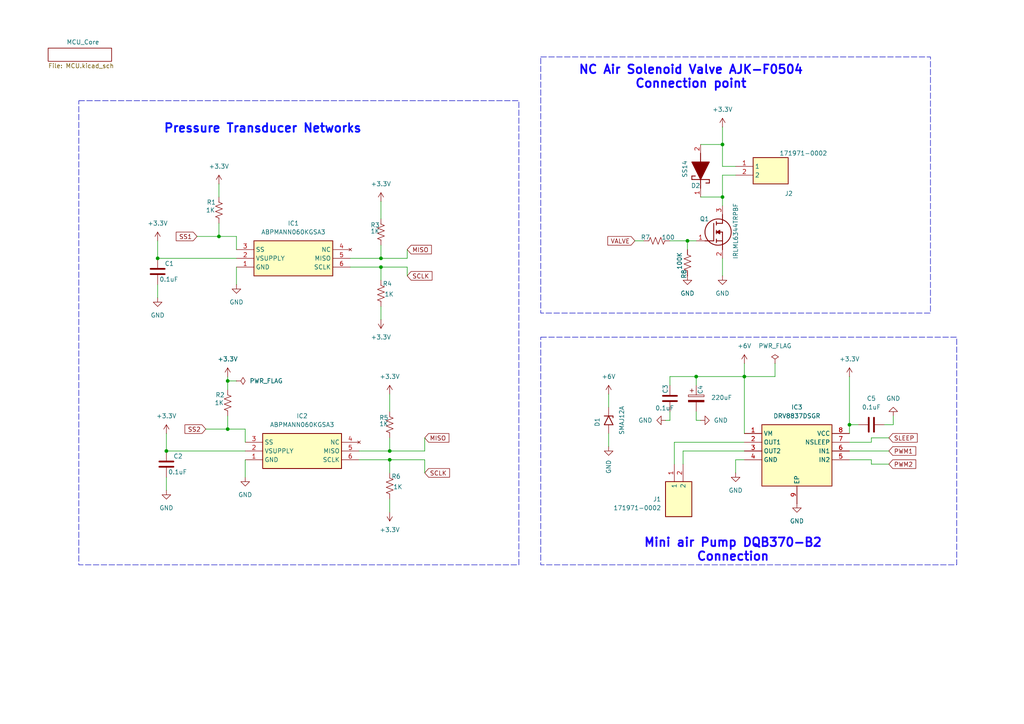
<source format=kicad_sch>
(kicad_sch (version 20250114) (generator "eeschema") (generator_version "9.0")
  (paper "A4")
  (title_block (title "BP UNIT 1") (date "2025-10-22") (rev "V1.1.0") (company "BRCL"))
  (lib_symbols
    (symbol "Device:C" (pin_numbers (hide yes)) (pin_names (offset 0.254))
      (property "Reference" "C" (at 0.635 2.54 0))
      (property "Value" "C" (at 0.635 -2.54 0))
      (symbol "C_0_1"
        (polyline (pts (xy -2.032 0.762) (xy 2.032 0.762)) (stroke (width 0.508)))
        (polyline (pts (xy -2.032 -0.762) (xy 2.032 -0.762)) (stroke (width 0.508)))
      )
      (symbol "C_1_1"
        (pin passive line (at 0 3.81 270) (length 2.794) (name "~") (number "1"))
        (pin passive line (at 0 -3.81 90) (length 2.794) (name "~") (number "2"))
      )
    )
    (symbol "Device:C_Polarized" (pin_numbers (hide yes)) (pin_names (offset 0.254))
      (property "Reference" "C" (at 0.635 2.54 0))
      (property "Value" "C_Polarized" (at 0.635 -2.54 0))
      (symbol "C_Polarized_0_1"
        (rectangle (start -2.286 0.508) (end 2.286 1.016))
        (polyline (pts (xy -1.778 2.286) (xy -0.762 2.286)))
        (polyline (pts (xy -1.27 2.794) (xy -1.27 1.778)))
        (rectangle (start 2.286 -0.508) (end -2.286 -1.016) (fill (type outline)))
      )
      (symbol "C_Polarized_1_1"
        (pin passive line (at 0 3.81 270) (length 2.794) (name "~") (number "1"))
        (pin passive line (at 0 -3.81 90) (length 2.794) (name "~") (number "2"))
      )
    )
    (symbol "Device:R_US" (pin_numbers (hide yes)) (pin_names (offset 0))
      (property "Reference" "R" (at 2.54 0 90))
      (property "Value" "R_US" (at -2.54 0 90))
      (symbol "R_US_0_1"
        (polyline (pts (xy 0 2.286) (xy 0 2.54)))
        (polyline (pts (xy 0 2.286) (xy 1.016 1.905) (xy 0 1.524) (xy -1.016 1.143) (xy 0 0.762)))
        (polyline (pts (xy 0 0.762) (xy 1.016 0.381) (xy 0 0) (xy -1.016 -0.381) (xy 0 -0.762)))
        (polyline (pts (xy 0 -0.762) (xy 1.016 -1.143) (xy 0 -1.524) (xy -1.016 -1.905) (xy 0 -2.286)))
        (polyline (pts (xy 0 -2.286) (xy 0 -2.54)))
      )
      (symbol "R_US_1_1"
        (pin passive line (at 0 3.81 270) (length 1.27) (name "~") (number "1"))
        (pin passive line (at 0 -3.81 90) (length 1.27) (name "~") (number "2"))
      )
    )
    (symbol "Diode:SMAJ12A" (pin_numbers (hide yes)) (pin_names (offset 1.016) (hide yes))
      (property "Reference" "D" (at 0 2.54 0))
      (property "Value" "SMAJ12A" (at 0 -2.54 0))
      (symbol "SMAJ12A_0_1"
        (polyline (pts (xy -0.762 1.27) (xy -1.27 1.27) (xy -1.27 -1.27)) (stroke (width 0.254)))
        (polyline (pts (xy 1.27 1.27) (xy 1.27 -1.27) (xy -1.27 0) (xy 1.27 1.27)) (stroke (width 0.254)))
      )
      (symbol "SMAJ12A_1_1"
        (pin passive line (at -3.81 0 0) (length 2.54) (name "A1") (number "1"))
        (pin passive line (at 3.81 0 180) (length 2.54) (name "A2") (number "2"))
      )
    )
    (symbol "SamacSys_Parts:171971-0002"
      (property "Reference" "J" (at 16.51 7.62 0))
      (property "Value" "171971-0002" (at 16.51 5.08 0))
      (symbol "171971-0002_1_1"
        (rectangle (start 5.08 2.54) (end 15.24 -5.08) (stroke (width 0.254)) (fill (type background)))
        (pin passive line (at 0 0 0) (length 5.08) (name "1") (number "1"))
        (pin passive line (at 0 -2.54 0) (length 5.08) (name "2") (number "2"))
      )
    )
    (symbol "SamacSys_Parts:ABPMANN060KGSA3"
      (property "Reference" "IC" (at 29.21 7.62 0))
      (property "Value" "ABPMANN060KGSA3" (at 29.21 5.08 0))
      (symbol "ABPMANN060KGSA3_1_1"
        (rectangle (start 5.08 2.54) (end 27.94 -7.62) (stroke (width 0.254)) (fill (type background)))
        (pin passive line (at 0 0 0) (length 5.08) (name "SS") (number "3"))
        (pin passive line (at 0 -2.54 0) (length 5.08) (name "VSUPPLY") (number "2"))
        (pin passive line (at 0 -5.08 0) (length 5.08) (name "GND") (number "1"))
        (pin no_connect line (at 33.02 0 180) (length 5.08) (name "NC") (number "4"))
        (pin passive line (at 33.02 -2.54 180) (length 5.08) (name "MISO") (number "5"))
        (pin passive line (at 33.02 -5.08 180) (length 5.08) (name "SCLK") (number "6"))
      )
    )
    (symbol "SamacSys_Parts:DRV8837DSGR"
      (property "Reference" "IC" (at 26.67 7.62 0))
      (property "Value" "DRV8837DSGR" (at 26.67 5.08 0))
      (symbol "DRV8837DSGR_1_1"
        (rectangle (start 5.08 2.54) (end 25.4 -15.24) (stroke (width 0.254)) (fill (type background)))
        (pin passive line (at 0 0 0) (length 5.08) (name "VM") (number "1"))
        (pin passive line (at 0 -2.54 0) (length 5.08) (name "OUT1") (number "2"))
        (pin passive line (at 0 -5.08 0) (length 5.08) (name "OUT2") (number "3"))
        (pin passive line (at 0 -7.62 0) (length 5.08) (name "GND") (number "4"))
        (pin passive line (at 15.24 -20.32 90) (length 5.08) (name "EP") (number "9"))
        (pin passive line (at 30.48 0 180) (length 5.08) (name "VCC") (number "8"))
        (pin passive line (at 30.48 -2.54 180) (length 5.08) (name "NSLEEP") (number "7"))
        (pin passive line (at 30.48 -5.08 180) (length 5.08) (name "IN1") (number "6"))
        (pin passive line (at 30.48 -7.62 180) (length 5.08) (name "IN2") (number "5"))
      )
    )
    (symbol "SamacSys_Parts:IRLML6344TRPBF" (pin_names (hide yes))
      (property "Reference" "Q" (at 11.43 3.81 0))
      (property "Value" "IRLML6344TRPBF" (at 11.43 1.27 0))
      (symbol "IRLML6344TRPBF_1_1"
        (polyline (pts (xy 2.54 0) (xy 5.08 0)) (stroke (width 0.254)))
        (polyline (pts (xy 5.08 5.08) (xy 5.08 0)) (stroke (width 0.254)))
        (polyline (pts (xy 5.842 5.588) (xy 5.842 4.572)) (stroke (width 0.254)))
        (polyline (pts (xy 5.842 2.54) (xy 6.858 3.048) (xy 6.858 2.032) (xy 5.842 2.54)) (stroke (width 0.254)) (fill (type outline)))
        (polyline (pts (xy 5.842 2.032) (xy 5.842 3.048)) (stroke (width 0.254)))
        (polyline (pts (xy 5.842 0) (xy 7.62 0)) (stroke (width 0.254)))
        (polyline (pts (xy 5.842 -0.508) (xy 5.842 0.508)) (stroke (width 0.254)))
        (circle (center 6.35 2.54) (radius 3.81) (stroke (width 0.254)))
        (polyline (pts (xy 7.62 5.08) (xy 5.842 5.08)) (stroke (width 0.254)))
        (polyline (pts (xy 7.62 5.08) (xy 7.62 7.62)) (stroke (width 0.254)))
        (polyline (pts (xy 7.62 2.54) (xy 5.842 2.54)) (stroke (width 0.254)))
        (polyline (pts (xy 7.62 2.54) (xy 7.62 -2.54)) (stroke (width 0.254)))
        (pin passive line (at 0 0 0) (length 2.54) (name "G") (number "1"))
        (pin passive line (at 7.62 10.16 270) (length 2.54) (name "D") (number "3"))
        (pin passive line (at 7.62 -5.08 90) (length 2.54) (name "S") (number "2"))
      )
    )
    (symbol "SamacSys_Parts:SS14" (pin_names (hide yes))
      (property "Reference" "D" (at 12.7 8.89 0))
      (property "Value" "SS14" (at 12.7 6.35 0))
      (symbol "SS14_1_1"
        (polyline (pts (xy 5.08 0) (xy 7.62 0)) (stroke (width 0.254)))
        (polyline (pts (xy 6.604 -1.524) (xy 6.604 -2.54)) (stroke (width 0.254)))
        (polyline (pts (xy 7.62 2.54) (xy 7.62 -2.54)) (stroke (width 0.254)))
        (polyline (pts (xy 7.62 2.54) (xy 8.636 2.54)) (stroke (width 0.254)))
        (polyline (pts (xy 7.62 0) (xy 12.7 2.54) (xy 12.7 -2.54) (xy 7.62 0)) (stroke (width 0.254)) (fill (type outline)))
        (polyline (pts (xy 7.62 -2.54) (xy 6.604 -2.54)) (stroke (width 0.254)))
        (polyline (pts (xy 8.636 1.524) (xy 8.636 2.54)) (stroke (width 0.254)))
        (polyline (pts (xy 12.7 0) (xy 15.24 0)) (stroke (width 0.254)))
        (pin passive line (at 2.54 0 0) (length 2.54) (name "K") (number "1"))
        (pin passive line (at 17.78 0 180) (length 2.54) (name "A") (number "2"))
      )
    )
    (symbol "power:+3.3V" (power) (pin_numbers (hide yes)) (pin_names (offset 0) (hide yes))
      (property "Value" "+3.3V" (at 0 3.556 0))
      (symbol "+3.3V_0_1"
        (polyline (pts (xy -0.762 1.27) (xy 0 2.54)))
        (polyline (pts (xy 0 2.54) (xy 0.762 1.27)))
        (polyline (pts (xy 0 0) (xy 0 2.54)))
      )
      (symbol "+3.3V_1_1"
        (pin power_in line (at 0 0 90) (length 0) (name "~") (number "1"))
      )
    )
    (symbol "power:+6V" (power) (pin_numbers (hide yes)) (pin_names (offset 0) (hide yes))
      (property "Value" "+6V" (at 0 3.556 0))
      (symbol "+6V_0_1"
        (polyline (pts (xy -0.762 1.27) (xy 0 2.54)))
        (polyline (pts (xy 0 2.54) (xy 0.762 1.27)))
        (polyline (pts (xy 0 0) (xy 0 2.54)))
      )
      (symbol "+6V_1_1"
        (pin power_in line (at 0 0 90) (length 0) (name "~") (number "1"))
      )
    )
    (symbol "power:GND" (power) (pin_numbers (hide yes)) (pin_names (offset 0) (hide yes))
      (property "Value" "GND" (at 0 -3.81 0))
      (symbol "GND_0_1"
        (polyline (pts (xy 0 0) (xy 0 -1.27) (xy 1.27 -1.27) (xy 0 -2.54) (xy -1.27 -1.27) (xy 0 -1.27)))
      )
      (symbol "GND_1_1"
        (pin power_in line (at 0 0 270) (length 0) (name "~") (number "1"))
      )
    )
    (symbol "power:PWR_FLAG" (power) (pin_numbers (hide yes)) (pin_names (offset 0) (hide yes))
      (property "Value" "PWR_FLAG" (at 0 3.81 0))
      (symbol "PWR_FLAG_0_0"
        (pin power_out line (at 0 0 90) (length 0) (name "~") (number "1"))
      )
      (symbol "PWR_FLAG_0_1"
        (polyline (pts (xy 0 0) (xy 0 1.27) (xy -1.016 1.905) (xy 0 2.54) (xy 1.016 1.905) (xy 0 1.27)))
      )
    )
  )
  (rectangle (start 22.86 29.21) (end 150.495 163.83) (stroke (width 0) (type dash)))
  (rectangle (start 156.845 97.79) (end 277.495 163.83) (stroke (width 0) (type dash)))
  (rectangle (start 156.845 16.51) (end 269.875 90.805) (stroke (width 0) (type dash)))
  (text "Mini air Pump DQB370-B2\nConnection" (at 212.598 159.512 0) (effects (font (size 2.5 2.5) (thickness 0.5) (bold yes))))
  (text "Pressure Transducer Networks" (at 76.2 37.338 0) (effects (font (size 2.5 2.5) (thickness 0.5) (bold yes))))
  (text "NC Air Solenoid Valve AJK-F0504\nConnection point" (at 200.406 22.352 0) (effects (font (size 2.5 2.5) (thickness 0.5) (bold yes))))
  (junction (at 48.26 130.81))
  (junction (at 66.04 124.46))
  (junction (at 113.03 133.35))
  (junction (at 201.93 109.22))
  (junction (at 45.72 74.93))
  (junction (at 246.38 123.19))
  (junction (at 66.04 110.49))
  (junction (at 209.55 41.91))
  (junction (at 199.39 69.85))
  (junction (at 113.03 130.81))
  (junction (at 110.49 74.93))
  (junction (at 209.55 57.15))
  (junction (at 63.5 68.58))
  (junction (at 110.49 77.47))
  (junction (at 215.9 109.22))
  (wire (pts (xy 110.49 77.47) (xy 118.11 77.47)))
  (wire (pts (xy 252.73 133.35) (xy 252.73 134.62)))
  (wire (pts (xy 252.73 134.62) (xy 257.81 134.62)))
  (wire (pts (xy 45.72 69.85) (xy 45.72 74.93)))
  (wire (pts (xy 123.19 133.35) (xy 123.19 137.16)))
  (wire (pts (xy 113.03 114.3) (xy 113.03 119.38)))
  (wire (pts (xy 194.31 109.22) (xy 194.31 111.76)))
  (wire (pts (xy 215.9 130.81) (xy 198.12 130.81)))
  (wire (pts (xy 71.12 133.35) (xy 71.12 138.43)))
  (wire (pts (xy 246.38 128.27) (xy 252.73 128.27)))
  (wire (pts (xy 246.38 133.35) (xy 252.73 133.35)))
  (wire (pts (xy 110.49 77.47) (xy 110.49 81.28)))
  (wire (pts (xy 201.93 121.92) (xy 203.2 121.92)))
  (wire (pts (xy 184.15 69.85) (xy 186.69 69.85)))
  (wire (pts (xy 113.03 133.35) (xy 113.03 137.16)))
  (wire (pts (xy 209.55 50.8) (xy 209.55 57.15)))
  (wire (pts (xy 259.08 123.19) (xy 259.08 120.65)))
  (wire (pts (xy 113.03 130.81) (xy 123.19 130.81)))
  (wire (pts (xy 209.55 36.83) (xy 209.55 41.91)))
  (wire (pts (xy 215.9 128.27) (xy 195.58 128.27)))
  (wire (pts (xy 123.19 130.81) (xy 123.19 127)))
  (wire (pts (xy 176.53 114.3) (xy 176.53 118.11)))
  (wire (pts (xy 118.11 77.47) (xy 118.11 80.01)))
  (wire (pts (xy 194.31 109.22) (xy 201.93 109.22)))
  (wire (pts (xy 215.9 133.35) (xy 213.36 133.35)))
  (wire (pts (xy 66.04 110.49) (xy 68.58 110.49)))
  (wire (pts (xy 209.55 57.15) (xy 209.55 59.69)))
  (wire (pts (xy 203.2 57.15) (xy 209.55 57.15)))
  (wire (pts (xy 198.12 130.81) (xy 198.12 134.62)))
  (wire (pts (xy 209.55 41.91) (xy 209.55 48.26)))
  (wire (pts (xy 252.73 127) (xy 257.81 127)))
  (wire (pts (xy 224.79 109.22) (xy 215.9 109.22)))
  (wire (pts (xy 48.26 138.43) (xy 48.26 142.24)))
  (wire (pts (xy 246.38 109.22) (xy 246.38 123.19)))
  (wire (pts (xy 113.03 133.35) (xy 123.19 133.35)))
  (wire (pts (xy 59.69 124.46) (xy 66.04 124.46)))
  (wire (pts (xy 194.31 69.85) (xy 199.39 69.85)))
  (wire (pts (xy 68.58 77.47) (xy 68.58 82.55)))
  (wire (pts (xy 66.04 109.22) (xy 66.04 110.49)))
  (wire (pts (xy 113.03 144.78) (xy 113.03 148.59)))
  (wire (pts (xy 110.49 58.42) (xy 110.49 63.5)))
  (wire (pts (xy 110.49 71.12) (xy 110.49 74.93)))
  (wire (pts (xy 213.36 133.35) (xy 213.36 137.16)))
  (wire (pts (xy 101.6 74.93) (xy 110.49 74.93)))
  (wire (pts (xy 66.04 110.49) (xy 66.04 113.03)))
  (wire (pts (xy 199.39 69.85) (xy 199.39 72.39)))
  (wire (pts (xy 201.93 119.38) (xy 201.93 121.92)))
  (wire (pts (xy 209.55 74.93) (xy 209.55 80.01)))
  (wire (pts (xy 110.49 74.93) (xy 118.11 74.93)))
  (wire (pts (xy 194.31 121.92) (xy 193.04 121.92)))
  (wire (pts (xy 48.26 130.81) (xy 71.12 130.81)))
  (wire (pts (xy 68.58 68.58) (xy 68.58 72.39)))
  (wire (pts (xy 195.58 128.27) (xy 195.58 134.62)))
  (wire (pts (xy 57.15 68.58) (xy 63.5 68.58)))
  (wire (pts (xy 113.03 127) (xy 113.03 130.81)))
  (wire (pts (xy 246.38 123.19) (xy 248.92 123.19)))
  (wire (pts (xy 215.9 125.73) (xy 215.9 109.22)))
  (wire (pts (xy 256.54 123.19) (xy 259.08 123.19)))
  (wire (pts (xy 66.04 124.46) (xy 71.12 124.46)))
  (wire (pts (xy 45.72 82.55) (xy 45.72 86.36)))
  (wire (pts (xy 101.6 77.47) (xy 110.49 77.47)))
  (wire (pts (xy 71.12 124.46) (xy 71.12 128.27)))
  (wire (pts (xy 194.31 119.38) (xy 194.31 121.92)))
  (wire (pts (xy 246.38 130.81) (xy 257.81 130.81)))
  (wire (pts (xy 104.14 130.81) (xy 113.03 130.81)))
  (wire (pts (xy 63.5 53.34) (xy 63.5 57.15)))
  (wire (pts (xy 118.11 74.93) (xy 118.11 72.39)))
  (wire (pts (xy 224.79 105.41) (xy 224.79 109.22)))
  (wire (pts (xy 252.73 128.27) (xy 252.73 127)))
  (wire (pts (xy 201.93 109.22) (xy 201.93 111.76)))
  (wire (pts (xy 104.14 133.35) (xy 113.03 133.35)))
  (wire (pts (xy 48.26 125.73) (xy 48.26 130.81)))
  (wire (pts (xy 63.5 64.77) (xy 63.5 68.58)))
  (wire (pts (xy 201.93 109.22) (xy 215.9 109.22)))
  (wire (pts (xy 203.2 41.91) (xy 209.55 41.91)))
  (wire (pts (xy 63.5 68.58) (xy 68.58 68.58)))
  (wire (pts (xy 176.53 125.73) (xy 176.53 129.54)))
  (wire (pts (xy 199.39 69.85) (xy 201.93 69.85)))
  (wire (pts (xy 246.38 125.73) (xy 246.38 123.19)))
  (wire (pts (xy 66.04 120.65) (xy 66.04 124.46)))
  (wire (pts (xy 110.49 88.9) (xy 110.49 92.71)))
  (wire (pts (xy 215.9 105.41) (xy 215.9 109.22)))
  (wire (pts (xy 213.36 50.8) (xy 209.55 50.8)))
  (wire (pts (xy 45.72 74.93) (xy 68.58 74.93)))
  (wire (pts (xy 209.55 48.26) (xy 213.36 48.26)))
  (global_label "SLEEP" (shape input) (at 257.81 127 0) (property "Intersheetrefs" "${INTERSHEET_REFS}" (effects (hide yes))))
  (global_label "SS2" (shape input) (at 59.69 124.46 180) (property "Intersheetrefs" "${INTERSHEET_REFS}" (effects (hide yes))))
  (global_label "SCLK" (shape input) (at 118.11 80.01 0) (property "Intersheetrefs" "${INTERSHEET_REFS}" (effects (hide yes))))
  (global_label "MISO" (shape input) (at 123.19 127 0) (property "Intersheetrefs" "${INTERSHEET_REFS}" (effects (hide yes))))
  (global_label "PWM1" (shape input) (at 257.81 130.81 0) (property "Intersheetrefs" "${INTERSHEET_REFS}" (effects (hide yes))))
  (global_label "SCLK" (shape input) (at 123.19 137.16 0) (property "Intersheetrefs" "${INTERSHEET_REFS}" (effects (hide yes))))
  (global_label "MISO" (shape input) (at 118.11 72.39 0) (property "Intersheetrefs" "${INTERSHEET_REFS}" (effects (hide yes))))
  (global_label "SS1" (shape input) (at 57.15 68.58 180) (property "Intersheetrefs" "${INTERSHEET_REFS}" (effects (hide yes))))
  (global_label "PWM2" (shape input) (at 257.81 134.62 0) (property "Intersheetrefs" "${INTERSHEET_REFS}" (effects (hide yes))))
  (global_label "VALVE" (shape input) (at 184.15 69.85 180) (property "Intersheetrefs" "${INTERSHEET_REFS}" (effects (hide yes))))
  (symbol (lib_id "Device:R_US") (at 66.04 116.84 0) (unit 1)
    (property "Reference" "R2" (at 62.484 114.554 0) (effects (justify left)))
    (property "Value" "1K" (at 62.23 116.84 0) (effects (justify left)))
    (property "Footprint" "Resistor_SMD:R_0402_1005Metric" (effects (hide yes)))
    (property "Description" "Resistor, US symbol" (effects (hide yes)))
    (property "Manufacturer_Part_Number" "RC0402FR-071KL" (effects (hide yes)))
  )
  (symbol (lib_id "SamacSys_Parts:SS14") (at 203.2 59.69 90) (unit 1)
    (property "Reference" "D2" (at 200.406 53.848 90) (effects (justify right)))
    (property "Value" "SS14" (at 198.628 46.482 0) (effects (justify right)))
    (property "Footprint" "SamacSys_Parts:DIOM5126X250N" (effects (hide yes)))
    (property "Datasheet" "https://www.taiwansemi.com/assets/uploads/datasheet/SS12%20SERIES_Q2102.pdf" (effects (hide yes)))
    (property "Description" "TAIWAN SEMICONDUCTOR - SS14 - SCHOTTKY RECTIFIER, 1A, 40V, DO-214AC" (effects (hide yes)))
    (property "Height" "2.5" (effects (hide yes)))
    (property "Mouser Part Number" "821-SS14" (effects (hide yes)))
    (property "Mouser Price/Stock" "https://www.mouser.co.uk/ProductDetail/Taiwan-Semiconductor/SS14?qs=JV7lzlMm3yLIdi0ESVd3YQ%3D%3D" (effects (hide yes)))
    (property "Manufacturer_Name" "Taiwan Semiconductor" (effects (hide yes)))
    (property "Manufacturer_Part_Number" "SS14" (effects (hide yes)))
  )
  (symbol (lib_id "SamacSys_Parts:IRLML6344TRPBF") (at 201.93 69.85 0) (unit 1)
    (property "Reference" "Q1" (at 202.946 63.5 0) (effects (justify left)))
    (property "Value" "IRLML6344TRPBF" (at 213.36 75.184 90) (effects (justify left)))
    (property "Footprint" "SamacSys_Parts:SOT95P237X112-3N" (effects (hide yes)))
    (property "Datasheet" "http://uk.rs-online.com/web/p/products/7377225P" (effects (hide yes)))
    (property "Description" "IRLML6344TRPBF N-channel MOSFET Transistor, 5 A, 30 V, 3-Pin SOT-23" (effects (hide yes)))
    (property "Height" "1.12" (effects (hide yes)))
    (property "RS Part Number" "7377225P" (effects (hide yes)))
    (property "RS Price/Stock" "http://uk.rs-online.com/web/p/products/7377225P" (effects (hide yes)))
    (property "Manufacturer_Name" "Infineon" (effects (hide yes)))
    (property "Manufacturer_Part_Number" "IRLML6344TRPBF" (effects (hide yes)))
    (property "Allied_Number" "70411467" (effects (hide yes)))
  )
  (symbol (lib_id "SamacSys_Parts:171971-0002") (at 213.36 48.26 0) (unit 1)
    (property "Reference" "J2" (at 227.584 56.134 0) (effects (justify left)))
    (property "Value" "171971-0002" (at 226.0599 44.45 0) (effects (justify left)))
    (property "Footprint" "SamacSys_Parts:SHDR2W65P0X254_1X2_738X510X1216P" (effects (hide yes)))
    (property "Datasheet" "https://www.molex.com/pdm_docs/sd/1719710102_sd.pdf" (effects (hide yes)))
    (property "Description" "2.54mm Pitch SL Header, Single Row, Vertical, LCP, Shrouded, Through Hole, 0.38m Selective Gold (Au) Plating,  Circuits" (effects (hide yes)))
    (property "Height" "12.16" (effects (hide yes)))
    (property "Mouser Part Number" "538-171971-0002" (effects (hide yes)))
    (property "Mouser Price/Stock" "https://www.mouser.co.uk/ProductDetail/Molex/171971-0002?qs=lc2O%252BfHJPVZiIVvtLkRJ0A%3D%3D" (effects (hide yes)))
    (property "Manufacturer_Name" "Molex" (effects (hide yes)))
    (property "Manufacturer_Part_Number" "171971-0002" (effects (hide yes)))
  )
  (symbol (lib_id "power:+3.3V") (at 48.26 125.73 0) (unit 1)
    (property "Reference" "#PWR03" (effects (hide yes)))
    (property "Value" "+3.3V" (at 48.26 120.65 0))
    (property "Description" "Power symbol creates a global label with name \"+3.3V\"" (effects (hide yes)))
  )
  (symbol (lib_id "power:GND") (at 259.08 120.65 180) (unit 1)
    (property "Reference" "#PWR024" (effects (hide yes)))
    (property "Value" "GND" (at 259.08 115.57 0))
    (property "Description" "Power symbol creates a global label with name \"GND\" , ground" (effects (hide yes)))
  )
  (symbol (lib_id "power:+3.3V") (at 66.04 109.22 0) (unit 1)
    (property "Reference" "#PWR06" (effects (hide yes)))
    (property "Value" "+3.3V" (at 66.04 104.14 0))
    (property "Description" "Power symbol creates a global label with name \"+3.3V\"" (effects (hide yes)))
  )
  (symbol (lib_id "power:GND") (at 231.14 146.05 0) (unit 1)
    (property "Reference" "#PWR022" (effects (hide yes)))
    (property "Value" "GND" (at 231.14 151.13 0))
    (property "Description" "Power symbol creates a global label with name \"GND\" , ground" (effects (hide yes)))
  )
  (symbol (lib_id "power:PWR_FLAG") (at 68.58 110.49 270) (unit 1)
    (property "Reference" "#FLG01" (effects (hide yes)))
    (property "Value" "PWR_FLAG" (at 72.39 110.4899 90) (effects (justify left)))
    (property "Description" "Special symbol for telling ERC where power comes from" (effects (hide yes)))
  )
  (symbol (lib_id "power:GND") (at 213.36 137.16 0) (unit 1)
    (property "Reference" "#PWR020" (effects (hide yes)))
    (property "Value" "GND" (at 213.36 142.24 0))
    (property "Description" "Power symbol creates a global label with name \"GND\" , ground" (effects (hide yes)))
  )
  (symbol (lib_id "power:GND") (at 45.72 86.36 0) (unit 1)
    (property "Reference" "#PWR02" (effects (hide yes)))
    (property "Value" "GND" (at 45.72 91.44 0))
    (property "Description" "Power symbol creates a global label with name \"GND\" , ground" (effects (hide yes)))
  )
  (symbol (lib_id "power:PWR_FLAG") (at 224.79 105.41 0) (unit 1)
    (property "Reference" "#FLG02" (effects (hide yes)))
    (property "Value" "PWR_FLAG" (at 224.79 100.33 0))
    (property "Description" "Special symbol for telling ERC where power comes from" (effects (hide yes)))
  )
  (symbol (lib_id "Device:R_US") (at 113.03 123.19 0) (unit 1)
    (property "Reference" "R5" (at 109.982 121.158 0) (effects (justify left)))
    (property "Value" "1K" (at 109.982 122.936 0) (effects (justify left)))
    (property "Footprint" "Resistor_SMD:R_0402_1005Metric" (effects (hide yes)))
    (property "Description" "Resistor, US symbol" (effects (hide yes)))
    (property "Manufacturer_Part_Number" "RC0402FR-071KL" (effects (hide yes)))
  )
  (symbol (lib_id "Device:R_US") (at 113.03 140.97 0) (unit 1)
    (property "Reference" "R6" (at 113.538 138.176 0) (effects (justify left)))
    (property "Value" "1K" (at 114.046 141.224 0) (effects (justify left)))
    (property "Footprint" "Resistor_SMD:R_0402_1005Metric" (effects (hide yes)))
    (property "Description" "Resistor, US symbol" (effects (hide yes)))
    (property "Manufacturer_Part_Number" "RC0402FR-071KL" (effects (hide yes)))
  )
  (symbol (lib_id "power:GND") (at 203.2 121.92 90) (unit 1)
    (property "Reference" "#PWR017" (effects (hide yes)))
    (property "Value" "GND" (at 207.01 121.9199 90) (effects (justify right)))
    (property "Description" "Power symbol creates a global label with name \"GND\" , ground" (effects (hide yes)))
  )
  (symbol (lib_id "Diode:SMAJ12A") (at 176.53 121.92 270) (unit 1)
    (property "Reference" "D1" (at 173.228 122.428 0))
    (property "Value" "SMAJ12A" (at 180.34 121.92 0))
    (property "Footprint" "Diode_SMD:D_SMA" (effects (hide yes)))
    (property "Datasheet" "https://www.littelfuse.com/media?resourcetype=datasheets&itemid=75e32973-b177-4ee3-a0ff-cedaf1abdb93&filename=smaj-datasheet" (effects (hide yes)))
    (property "Description" "400W unidirectional Transient Voltage Suppressor, 12.0Vr, SMA(DO-214AC)" (effects (hide yes)))
    (property "Manufacturer_Part_Number" "SMAJ12A" (effects (hide yes)))
  )
  (symbol (lib_id "power:GND") (at 71.12 138.43 0) (unit 1)
    (property "Reference" "#PWR08" (effects (hide yes)))
    (property "Value" "GND" (at 71.12 143.51 0))
    (property "Description" "Power symbol creates a global label with name \"GND\" , ground" (effects (hide yes)))
  )
  (symbol (lib_id "Device:R_US") (at 63.5 60.96 0) (unit 1)
    (property "Reference" "R1" (at 59.944 58.674 0) (effects (justify left)))
    (property "Value" "1K" (at 59.69 60.96 0) (effects (justify left)))
    (property "Footprint" "Resistor_SMD:R_0402_1005Metric" (effects (hide yes)))
    (property "Description" "Resistor, US symbol" (effects (hide yes)))
    (property "Manufacturer_Part_Number" "RC0402FR-071KL" (effects (hide yes)))
  )
  (symbol (lib_id "power:+3.3V") (at 110.49 58.42 0) (unit 1)
    (property "Reference" "#PWR09" (effects (hide yes)))
    (property "Value" "+3.3V" (at 110.49 53.34 0))
    (property "Description" "Power symbol creates a global label with name \"+3.3V\"" (effects (hide yes)))
  )
  (symbol (lib_id "power:GND") (at 199.39 80.01 0) (unit 1)
    (property "Reference" "#PWR016" (effects (hide yes)))
    (property "Value" "GND" (at 199.39 85.09 0))
    (property "Description" "Power symbol creates a global label with name \"GND\" , ground" (effects (hide yes)))
  )
  (symbol (lib_id "power:GND") (at 68.58 82.55 0) (unit 1)
    (property "Reference" "#PWR07" (effects (hide yes)))
    (property "Value" "GND" (at 68.58 87.63 0))
    (property "Description" "Power symbol creates a global label with name \"GND\" , ground" (effects (hide yes)))
  )
  (symbol (lib_id "power:+3.3V") (at 113.03 148.59 180) (unit 1)
    (property "Reference" "#PWR012" (effects (hide yes)))
    (property "Value" "+3.3V" (at 113.03 153.67 0))
    (property "Description" "Power symbol creates a global label with name \"+3.3V\"" (effects (hide yes)))
  )
  (symbol (lib_id "SamacSys_Parts:171971-0002") (at 195.58 134.62 90) (mirror x) (unit 1)
    (property "Reference" "J1" (at 191.77 144.7799 90) (effects (justify left)))
    (property "Value" "171971-0002" (at 191.77 147.3199 90) (effects (justify left)))
    (property "Footprint" "SamacSys_Parts:SHDR2W65P0X254_1X2_738X510X1216P" (effects (hide yes)))
    (property "Datasheet" "https://www.molex.com/pdm_docs/sd/1719710102_sd.pdf" (effects (hide yes)))
    (property "Description" "2.54mm Pitch SL Header, Single Row, Vertical, LCP, Shrouded, Through Hole, 0.38m Selective Gold (Au) Plating,  Circuits" (effects (hide yes)))
    (property "Height" "12.16" (effects (hide yes)))
    (property "Mouser Part Number" "538-171971-0002" (effects (hide yes)))
    (property "Mouser Price/Stock" "https://www.mouser.co.uk/ProductDetail/Molex/171971-0002?qs=lc2O%252BfHJPVZiIVvtLkRJ0A%3D%3D" (effects (hide yes)))
    (property "Manufacturer_Name" "Molex" (effects (hide yes)))
    (property "Manufacturer_Part_Number" "171971-0002" (effects (hide yes)))
  )
  (symbol (lib_id "power:+6V") (at 176.53 114.3 0) (unit 1)
    (property "Reference" "#PWR013" (effects (hide yes)))
    (property "Value" "+6V" (at 176.53 109.22 0))
    (property "Description" "Power symbol creates a global label with name \"+6V\"" (effects (hide yes)))
  )
  (symbol (lib_id "Device:R_US") (at 199.39 76.2 180) (unit 1)
    (property "Reference" "R8" (at 198.374 79.502 90))
    (property "Value" "100K" (at 197.104 75.692 90))
    (property "Footprint" "Resistor_SMD:R_0402_1005Metric" (effects (hide yes)))
    (property "Description" "Resistor, US symbol" (effects (hide yes)))
    (property "Manufacturer_Part_Number" "RC0402FR-07100KL" (effects (hide yes)))
  )
  (symbol (lib_id "power:+3.3V") (at 45.72 69.85 0) (unit 1)
    (property "Reference" "#PWR01" (effects (hide yes)))
    (property "Value" "+3.3V" (at 45.72 64.77 0))
    (property "Description" "Power symbol creates a global label with name \"+3.3V\"" (effects (hide yes)))
  )
  (symbol (lib_id "SamacSys_Parts:DRV8837DSGR") (at 215.9 125.73 0) (unit 1)
    (property "Reference" "IC3" (at 231.14 118.11 0))
    (property "Value" "DRV8837DSGR" (at 231.14 120.65 0))
    (property "Footprint" "SamacSys_Parts:SON50P200X200X80-9N" (effects (hide yes)))
    (property "Datasheet" "http://uk.rs-online.com/web/p/products/2264761" (effects (hide yes)))
    (property "Description" "1.8A Low Voltage Brushed DC Motor Driver (PWM Ctrl)" (effects (hide yes)))
    (property "Height" "0.8" (effects (hide yes)))
    (property "RS Part Number" "2264761" (effects (hide yes)))
    (property "RS Price/Stock" "http://uk.rs-online.com/web/p/products/2264761" (effects (hide yes)))
    (property "Manufacturer_Name" "Texas Instruments" (effects (hide yes)))
    (property "Manufacturer_Part_Number" "DRV8837DSGR" (effects (hide yes)))
  )
  (symbol (lib_id "Device:C") (at 252.73 123.19 270) (unit 1)
    (property "Reference" "C5" (at 252.73 115.57 90))
    (property "Value" "0.1uF" (at 252.73 118.11 90))
    (property "Footprint" "Capacitor_SMD:C_0402_1005Metric" (effects (hide yes)))
    (property "Description" "Unpolarized capacitor" (effects (hide yes)))
    (property "Manufacturer_Part_Number" "CL05B104KA5NNNC" (effects (hide yes)))
  )
  (symbol (lib_id "SamacSys_Parts:ABPMANN060KGSA3") (at 68.58 72.39 0) (unit 1)
    (property "Reference" "IC1" (at 85.09 64.77 0))
    (property "Value" "ABPMANN060KGSA3" (at 85.09 67.31 0))
    (property "Footprint" "SamacSys_Parts:ABPMANN060KGSA3" (effects (hide yes)))
    (property "Datasheet" "ABPDANT005PGAA" (effects (hide yes)))
    (property "Description" "Honeywell Piezoresistive Pressure Sensor, 60kPa Operating Max, Surface Mount, 6-Pin, 200kPa Overload Max, SMT" (effects (hide yes)))
    (property "Height" "10.35" (effects (hide yes)))
    (property "Mouser Part Number" "785-ABPMANN060KGSA3" (effects (hide yes)))
    (property "Mouser Price/Stock" "https://www.mouser.co.uk/ProductDetail/Honeywell/ABPMANN060KGSA3?qs=YCa%2FAAYMW01H8n6%2F6uE5WA%3D%3D" (effects (hide yes)))
    (property "Manufacturer_Name" "Honeywell" (effects (hide yes)))
    (property "Manufacturer_Part_Number" "ABPMANN060KGSA3" (effects (hide yes)))
  )
  (symbol (lib_id "SamacSys_Parts:ABPMANN060KGSA3") (at 71.12 128.27 0) (unit 1)
    (property "Reference" "IC2" (at 87.63 120.65 0))
    (property "Value" "ABPMANN060KGSA3" (at 87.63 123.19 0))
    (property "Footprint" "SamacSys_Parts:ABPMANN060KGSA3" (effects (hide yes)))
    (property "Datasheet" "ABPDANT005PGAA" (effects (hide yes)))
    (property "Description" "Honeywell Piezoresistive Pressure Sensor, 60kPa Operating Max, Surface Mount, 6-Pin, 200kPa Overload Max, SMT" (effects (hide yes)))
    (property "Height" "10.35" (effects (hide yes)))
    (property "Mouser Part Number" "785-ABPMANN060KGSA3" (effects (hide yes)))
    (property "Mouser Price/Stock" "https://www.mouser.co.uk/ProductDetail/Honeywell/ABPMANN060KGSA3?qs=YCa%2FAAYMW01H8n6%2F6uE5WA%3D%3D" (effects (hide yes)))
    (property "Manufacturer_Name" "Honeywell" (effects (hide yes)))
    (property "Manufacturer_Part_Number" "ABPMANN060KGSA3" (effects (hide yes)))
  )
  (symbol (lib_id "Device:C_Polarized") (at 201.93 115.57 0) (unit 1)
    (property "Reference" "C4" (at 203.1365 114.3635 90) (effects (justify left)))
    (property "Value" "220uF" (at 206.248 115.316 0) (effects (justify left)))
    (property "Footprint" "Capacitor_SMD:CP_Elec_6.3x5.8" (effects (hide yes)))
    (property "Description" "Polarized capacitor" (effects (hide yes)))
    (property "Manufacturer_Part_Number" "EEE-FN0J221L" (effects (hide yes)))
  )
  (symbol (lib_id "power:GND") (at 209.55 80.01 0) (unit 1)
    (property "Reference" "#PWR019" (effects (hide yes)))
    (property "Value" "GND" (at 209.55 85.09 0))
    (property "Description" "Power symbol creates a global label with name \"GND\" , ground" (effects (hide yes)))
  )
  (symbol (lib_id "power:+3.3V") (at 63.5 53.34 0) (unit 1)
    (property "Reference" "#PWR05" (effects (hide yes)))
    (property "Value" "+3.3V" (at 63.5 48.26 0))
    (property "Description" "Power symbol creates a global label with name \"+3.3V\"" (effects (hide yes)))
  )
  (symbol (lib_id "Device:R_US") (at 110.49 85.09 0) (unit 1)
    (property "Reference" "R4" (at 110.998 82.296 0) (effects (justify left)))
    (property "Value" "1K" (at 111.506 85.344 0) (effects (justify left)))
    (property "Footprint" "Resistor_SMD:R_0402_1005Metric" (effects (hide yes)))
    (property "Description" "Resistor, US symbol" (effects (hide yes)))
    (property "Manufacturer_Part_Number" "RC0402FR-071KL" (effects (hide yes)))
  )
  (symbol (lib_id "power:+6V") (at 215.9 105.41 0) (unit 1)
    (property "Reference" "#PWR021" (effects (hide yes)))
    (property "Value" "+6V" (at 215.9 100.33 0))
    (property "Description" "Power symbol creates a global label with name \"+6V\"" (effects (hide yes)))
  )
  (symbol (lib_id "power:GND") (at 176.53 129.54 0) (unit 1)
    (property "Reference" "#PWR014" (effects (hide yes)))
    (property "Value" "GND" (at 176.5301 133.35 90) (effects (justify right)))
    (property "Description" "Power symbol creates a global label with name \"GND\" , ground" (effects (hide yes)))
  )
  (symbol (lib_id "power:GND") (at 193.04 121.92 270) (unit 1)
    (property "Reference" "#PWR015" (effects (hide yes)))
    (property "Value" "GND" (at 189.23 121.9199 90) (effects (justify right)))
    (property "Description" "Power symbol creates a global label with name \"GND\" , ground" (effects (hide yes)))
  )
  (symbol (lib_id "Device:C") (at 45.72 78.74 0) (unit 1)
    (property "Reference" "C1" (at 47.752 76.454 0) (effects (justify left)))
    (property "Value" "0.1uF" (at 46.228 81.026 0) (effects (justify left)))
    (property "Footprint" "Capacitor_SMD:C_0402_1005Metric" (effects (hide yes)))
    (property "Description" "Unpolarized capacitor" (effects (hide yes)))
    (property "Manufacturer_Part_Number" "CL05B104KA5NNNC" (effects (hide yes)))
  )
  (symbol (lib_id "Device:C") (at 194.31 115.57 180) (unit 1)
    (property "Reference" "C3" (at 192.9765 112.8395 90))
    (property "Value" "0.1uF" (at 192.786 118.364 0))
    (property "Footprint" "Capacitor_SMD:C_0402_1005Metric" (effects (hide yes)))
    (property "Description" "Unpolarized capacitor" (effects (hide yes)))
    (property "Manufacturer_Part_Number" "CL05B104KA5NNNC" (effects (hide yes)))
  )
  (symbol (lib_id "power:+3.3V") (at 209.55 36.83 0) (unit 1)
    (property "Reference" "#PWR018" (effects (hide yes)))
    (property "Value" "+3.3V" (at 209.55 31.75 0))
    (property "Description" "Power symbol creates a global label with name \"+3.3V\"" (effects (hide yes)))
  )
  (symbol (lib_id "Device:R_US") (at 110.49 67.31 0) (unit 1)
    (property "Reference" "R3" (at 107.442 65.278 0) (effects (justify left)))
    (property "Value" "1K" (at 107.442 67.056 0) (effects (justify left)))
    (property "Footprint" "Resistor_SMD:R_0402_1005Metric" (effects (hide yes)))
    (property "Description" "Resistor, US symbol" (effects (hide yes)))
    (property "Manufacturer_Part_Number" "RC0402FR-071KL" (effects (hide yes)))
  )
  (symbol (lib_id "power:GND") (at 48.26 142.24 0) (unit 1)
    (property "Reference" "#PWR04" (effects (hide yes)))
    (property "Value" "GND" (at 48.26 147.32 0))
    (property "Description" "Power symbol creates a global label with name \"GND\" , ground" (effects (hide yes)))
  )
  (symbol (lib_id "power:+3.3V") (at 113.03 114.3 0) (unit 1)
    (property "Reference" "#PWR011" (effects (hide yes)))
    (property "Value" "+3.3V" (at 113.03 109.22 0))
    (property "Description" "Power symbol creates a global label with name \"+3.3V\"" (effects (hide yes)))
  )
  (symbol (lib_id "power:+3.3V") (at 110.49 92.71 180) (unit 1)
    (property "Reference" "#PWR010" (effects (hide yes)))
    (property "Value" "+3.3V" (at 110.49 97.79 0))
    (property "Description" "Power symbol creates a global label with name \"+3.3V\"" (effects (hide yes)))
  )
  (symbol (lib_id "Device:C") (at 48.26 134.62 0) (unit 1)
    (property "Reference" "C2" (at 50.292 132.334 0) (effects (justify left)))
    (property "Value" "0.1uF" (at 48.768 136.906 0) (effects (justify left)))
    (property "Footprint" "Capacitor_SMD:C_0402_1005Metric" (effects (hide yes)))
    (property "Description" "Unpolarized capacitor" (effects (hide yes)))
    (property "Manufacturer_Part_Number" "CL05B104KA5NNNC" (effects (hide yes)))
  )
  (symbol (lib_id "power:+3.3V") (at 246.38 109.22 0) (unit 1)
    (property "Reference" "#PWR023" (effects (hide yes)))
    (property "Value" "+3.3V" (at 246.38 104.14 0))
    (property "Description" "Power symbol creates a global label with name \"+3.3V\"" (effects (hide yes)))
  )
  (symbol (lib_id "Device:R_US") (at 190.5 69.85 90) (unit 1)
    (property "Reference" "R7" (at 187.198 68.834 90))
    (property "Value" "100" (at 193.802 68.834 90))
    (property "Footprint" "Resistor_SMD:R_0402_1005Metric" (effects (hide yes)))
    (property "Description" "Resistor, US symbol" (effects (hide yes)))
    (property "Manufacturer_Part_Number" "RC0402FR-07100RL" (effects (hide yes)))
  )
  (sheet (at 13.97 13.97) (size 18.415 3.81) (stroke (width 0.1524))
    (property "Sheetname" "MCU_Core" (at 19.304 12.954 0) (effects (justify left bottom)))
    (property "Sheetfile" "MCU.kicad_sch" (at 13.97 18.3646 0) (effects (justify left top)))
  )
)
</source>
